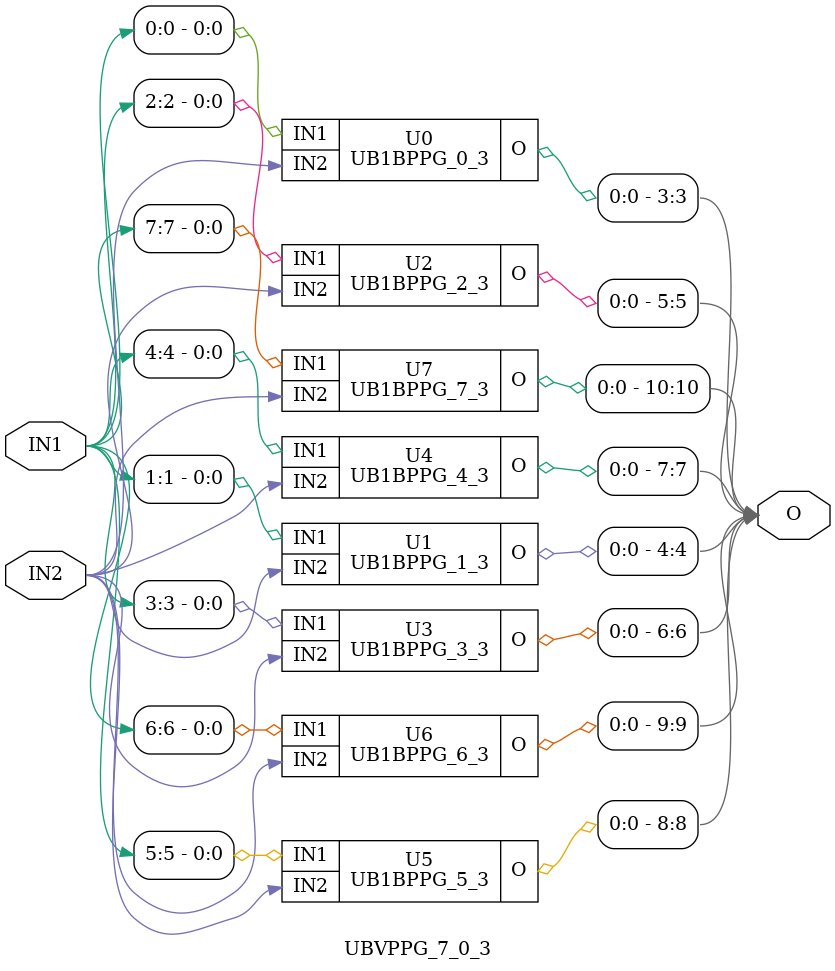
<source format=v>
/*----------------------------------------------------------------------------
  Copyright (c) 2021 Homma laboratory. All rights reserved.

  Top module: Multiplier_7_0_3_000

  Number system: Unsigned binary
  Multiplicand length: 8
  Multiplier length: 4
  Partial product generation: Simple PPG
  Partial product accumulation: Array
  Final stage addition: Carry select adder
----------------------------------------------------------------------------*/

module UB1BPPG_0_0(O, IN1, IN2);
  output O;
  input IN1;
  input IN2;
  assign O = IN1 & IN2;
endmodule

module UB1BPPG_1_0(O, IN1, IN2);
  output O;
  input IN1;
  input IN2;
  assign O = IN1 & IN2;
endmodule

module UB1BPPG_2_0(O, IN1, IN2);
  output O;
  input IN1;
  input IN2;
  assign O = IN1 & IN2;
endmodule

module UB1BPPG_3_0(O, IN1, IN2);
  output O;
  input IN1;
  input IN2;
  assign O = IN1 & IN2;
endmodule

module UB1BPPG_4_0(O, IN1, IN2);
  output O;
  input IN1;
  input IN2;
  assign O = IN1 & IN2;
endmodule

module UB1BPPG_5_0(O, IN1, IN2);
  output O;
  input IN1;
  input IN2;
  assign O = IN1 & IN2;
endmodule

module UB1BPPG_6_0(O, IN1, IN2);
  output O;
  input IN1;
  input IN2;
  assign O = IN1 & IN2;
endmodule

module UB1BPPG_7_0(O, IN1, IN2);
  output O;
  input IN1;
  input IN2;
  assign O = IN1 & IN2;
endmodule

module UB1BPPG_0_1(O, IN1, IN2);
  output O;
  input IN1;
  input IN2;
  assign O = IN1 & IN2;
endmodule

module UB1BPPG_1_1(O, IN1, IN2);
  output O;
  input IN1;
  input IN2;
  assign O = IN1 & IN2;
endmodule

module UB1BPPG_2_1(O, IN1, IN2);
  output O;
  input IN1;
  input IN2;
  assign O = IN1 & IN2;
endmodule

module UB1BPPG_3_1(O, IN1, IN2);
  output O;
  input IN1;
  input IN2;
  assign O = IN1 & IN2;
endmodule

module UB1BPPG_4_1(O, IN1, IN2);
  output O;
  input IN1;
  input IN2;
  assign O = IN1 & IN2;
endmodule

module UB1BPPG_5_1(O, IN1, IN2);
  output O;
  input IN1;
  input IN2;
  assign O = IN1 & IN2;
endmodule

module UB1BPPG_6_1(O, IN1, IN2);
  output O;
  input IN1;
  input IN2;
  assign O = IN1 & IN2;
endmodule

module UB1BPPG_7_1(O, IN1, IN2);
  output O;
  input IN1;
  input IN2;
  assign O = IN1 & IN2;
endmodule

module UB1BPPG_0_2(O, IN1, IN2);
  output O;
  input IN1;
  input IN2;
  assign O = IN1 & IN2;
endmodule

module UB1BPPG_1_2(O, IN1, IN2);
  output O;
  input IN1;
  input IN2;
  assign O = IN1 & IN2;
endmodule

module UB1BPPG_2_2(O, IN1, IN2);
  output O;
  input IN1;
  input IN2;
  assign O = IN1 & IN2;
endmodule

module UB1BPPG_3_2(O, IN1, IN2);
  output O;
  input IN1;
  input IN2;
  assign O = IN1 & IN2;
endmodule

module UB1BPPG_4_2(O, IN1, IN2);
  output O;
  input IN1;
  input IN2;
  assign O = IN1 & IN2;
endmodule

module UB1BPPG_5_2(O, IN1, IN2);
  output O;
  input IN1;
  input IN2;
  assign O = IN1 & IN2;
endmodule

module UB1BPPG_6_2(O, IN1, IN2);
  output O;
  input IN1;
  input IN2;
  assign O = IN1 & IN2;
endmodule

module UB1BPPG_7_2(O, IN1, IN2);
  output O;
  input IN1;
  input IN2;
  assign O = IN1 & IN2;
endmodule

module UB1BPPG_0_3(O, IN1, IN2);
  output O;
  input IN1;
  input IN2;
  assign O = IN1 & IN2;
endmodule

module UB1BPPG_1_3(O, IN1, IN2);
  output O;
  input IN1;
  input IN2;
  assign O = IN1 & IN2;
endmodule

module UB1BPPG_2_3(O, IN1, IN2);
  output O;
  input IN1;
  input IN2;
  assign O = IN1 & IN2;
endmodule

module UB1BPPG_3_3(O, IN1, IN2);
  output O;
  input IN1;
  input IN2;
  assign O = IN1 & IN2;
endmodule

module UB1BPPG_4_3(O, IN1, IN2);
  output O;
  input IN1;
  input IN2;
  assign O = IN1 & IN2;
endmodule

module UB1BPPG_5_3(O, IN1, IN2);
  output O;
  input IN1;
  input IN2;
  assign O = IN1 & IN2;
endmodule

module UB1BPPG_6_3(O, IN1, IN2);
  output O;
  input IN1;
  input IN2;
  assign O = IN1 & IN2;
endmodule

module UB1BPPG_7_3(O, IN1, IN2);
  output O;
  input IN1;
  input IN2;
  assign O = IN1 & IN2;
endmodule

module UB1DCON_0(O, I);
  output O;
  input I;
  assign O = I;
endmodule

module UBHA_1(C, S, X, Y);
  output C;
  output S;
  input X;
  input Y;
  assign C = X & Y;
  assign S = X ^ Y;
endmodule

module UBFA_2(C, S, X, Y, Z);
  output C;
  output S;
  input X;
  input Y;
  input Z;
  assign C = ( X & Y ) | ( Y & Z ) | ( Z & X );
  assign S = X ^ Y ^ Z;
endmodule

module UBFA_3(C, S, X, Y, Z);
  output C;
  output S;
  input X;
  input Y;
  input Z;
  assign C = ( X & Y ) | ( Y & Z ) | ( Z & X );
  assign S = X ^ Y ^ Z;
endmodule

module UBFA_4(C, S, X, Y, Z);
  output C;
  output S;
  input X;
  input Y;
  input Z;
  assign C = ( X & Y ) | ( Y & Z ) | ( Z & X );
  assign S = X ^ Y ^ Z;
endmodule

module UBFA_5(C, S, X, Y, Z);
  output C;
  output S;
  input X;
  input Y;
  input Z;
  assign C = ( X & Y ) | ( Y & Z ) | ( Z & X );
  assign S = X ^ Y ^ Z;
endmodule

module UBFA_6(C, S, X, Y, Z);
  output C;
  output S;
  input X;
  input Y;
  input Z;
  assign C = ( X & Y ) | ( Y & Z ) | ( Z & X );
  assign S = X ^ Y ^ Z;
endmodule

module UBFA_7(C, S, X, Y, Z);
  output C;
  output S;
  input X;
  input Y;
  input Z;
  assign C = ( X & Y ) | ( Y & Z ) | ( Z & X );
  assign S = X ^ Y ^ Z;
endmodule

module UBHA_8(C, S, X, Y);
  output C;
  output S;
  input X;
  input Y;
  assign C = X & Y;
  assign S = X ^ Y;
endmodule

module UB1DCON_9(O, I);
  output O;
  input I;
  assign O = I;
endmodule

module UB1DCON_1(O, I);
  output O;
  input I;
  assign O = I;
endmodule

module UBHA_2(C, S, X, Y);
  output C;
  output S;
  input X;
  input Y;
  assign C = X & Y;
  assign S = X ^ Y;
endmodule

module UBFA_8(C, S, X, Y, Z);
  output C;
  output S;
  input X;
  input Y;
  input Z;
  assign C = ( X & Y ) | ( Y & Z ) | ( Z & X );
  assign S = X ^ Y ^ Z;
endmodule

module UBFA_9(C, S, X, Y, Z);
  output C;
  output S;
  input X;
  input Y;
  input Z;
  assign C = ( X & Y ) | ( Y & Z ) | ( Z & X );
  assign S = X ^ Y ^ Z;
endmodule

module UB1DCON_10(O, I);
  output O;
  input I;
  assign O = I;
endmodule

module UBOne_4(O);
  output O;
  assign O = 1;
endmodule

module UBZero_4_4(O);
  output [4:4] O;
  assign O[4] = 0;
endmodule

module UBCSlB_4_4(Co, S, X, Y, Ci);
  output Co;
  output [4:4] S;
  input Ci;
  input [4:4] X;
  input [4:4] Y;
  wire Ci_0;
  wire Ci_1;
  wire Co_0;
  wire Co_1;
  wire [4:4] S_0;
  wire [4:4] S_1;
  assign S[4] = ( S_0[4] & ( ~ Ci ) ) | ( S_1[4] & Ci );
  assign Co = ( Co_0 & ( ~ Ci ) ) | ( Co_1 & Ci );
  UBOne_4 U0 (Ci_1);
  UBZero_4_4 U1 (Ci_0);
  UBRCB_4_4 U2 (Co_0, S_0, X, Y, Ci_0);
  UBRCB_4_4 U3 (Co_1, S_1, X, Y, Ci_1);
endmodule

module UBOne_5(O);
  output O;
  assign O = 1;
endmodule

module UBZero_5_5(O);
  output [5:5] O;
  assign O[5] = 0;
endmodule

module UBCSlB_6_5(Co, S, X, Y, Ci);
  output Co;
  output [6:5] S;
  input Ci;
  input [6:5] X;
  input [6:5] Y;
  wire Ci_0;
  wire Ci_1;
  wire Co_0;
  wire Co_1;
  wire [6:5] S_0;
  wire [6:5] S_1;
  assign S[5] = ( S_0[5] & ( ~ Ci ) ) | ( S_1[5] & Ci );
  assign S[6] = ( S_0[6] & ( ~ Ci ) ) | ( S_1[6] & Ci );
  assign Co = ( Co_0 & ( ~ Ci ) ) | ( Co_1 & Ci );
  UBOne_5 U0 (Ci_1);
  UBZero_5_5 U1 (Ci_0);
  UBRCB_6_5 U2 (Co_0, S_0, X, Y, Ci_0);
  UBRCB_6_5 U3 (Co_1, S_1, X, Y, Ci_1);
endmodule

module UBOne_7(O);
  output O;
  assign O = 1;
endmodule

module UBZero_7_7(O);
  output [7:7] O;
  assign O[7] = 0;
endmodule

module UBCSlB_9_7(Co, S, X, Y, Ci);
  output Co;
  output [9:7] S;
  input Ci;
  input [9:7] X;
  input [9:7] Y;
  wire Ci_0;
  wire Ci_1;
  wire Co_0;
  wire Co_1;
  wire [9:7] S_0;
  wire [9:7] S_1;
  assign S[7] = ( S_0[7] & ( ~ Ci ) ) | ( S_1[7] & Ci );
  assign S[8] = ( S_0[8] & ( ~ Ci ) ) | ( S_1[8] & Ci );
  assign S[9] = ( S_0[9] & ( ~ Ci ) ) | ( S_1[9] & Ci );
  assign Co = ( Co_0 & ( ~ Ci ) ) | ( Co_1 & Ci );
  UBOne_7 U0 (Ci_1);
  UBZero_7_7 U1 (Ci_0);
  UBRCB_9_7 U2 (Co_0, S_0, X, Y, Ci_0);
  UBRCB_9_7 U3 (Co_1, S_1, X, Y, Ci_1);
endmodule

module UBOne_10(O);
  output O;
  assign O = 1;
endmodule

module UBZero_10_10(O);
  output [10:10] O;
  assign O[10] = 0;
endmodule

module UBFA_10(C, S, X, Y, Z);
  output C;
  output S;
  input X;
  input Y;
  input Z;
  assign C = ( X & Y ) | ( Y & Z ) | ( Z & X );
  assign S = X ^ Y ^ Z;
endmodule

module UBCSlB_10_10(Co, S, X, Y, Ci);
  output Co;
  output [10:10] S;
  input Ci;
  input [10:10] X;
  input [10:10] Y;
  wire Ci_0;
  wire Ci_1;
  wire Co_0;
  wire Co_1;
  wire [10:10] S_0;
  wire [10:10] S_1;
  assign S[10] = ( S_0[10] & ( ~ Ci ) ) | ( S_1[10] & Ci );
  assign Co = ( Co_0 & ( ~ Ci ) ) | ( Co_1 & Ci );
  UBOne_10 U0 (Ci_1);
  UBZero_10_10 U1 (Ci_0);
  UBRCB_10_10 U2 (Co_0, S_0, X, Y, Ci_0);
  UBRCB_10_10 U3 (Co_1, S_1, X, Y, Ci_1);
endmodule

module UBPriCSlA_10_3(S, X, Y, Cin);
  output [11:3] S;
  input Cin;
  input [10:3] X;
  input [10:3] Y;
  wire C0;
  wire C1;
  wire C2;
  wire C3;
  UBRCB_3_3 U0 (C0, S[3], X[3], Y[3], Cin);
  UBCSlB_4_4 U1 (C1, S[4], X[4], Y[4], C0);
  UBCSlB_6_5 U2 (C2, S[6:5], X[6:5], Y[6:5], C1);
  UBCSlB_9_7 U3 (C3, S[9:7], X[9:7], Y[9:7], C2);
  UBCSlB_10_10 U4 (S[11], S[10], X[10], Y[10], C3);
endmodule

module UBZero_3_3(O);
  output [3:3] O;
  assign O[3] = 0;
endmodule

module UB1DCON_2(O, I);
  output O;
  input I;
  assign O = I;
endmodule

module Multiplier_7_0_3_000(P, IN1, IN2);
  output [11:0] P;
  input [7:0] IN1;
  input [3:0] IN2;
  wire [11:0] W;
  assign P[0] = W[0];
  assign P[1] = W[1];
  assign P[2] = W[2];
  assign P[3] = W[3];
  assign P[4] = W[4];
  assign P[5] = W[5];
  assign P[6] = W[6];
  assign P[7] = W[7];
  assign P[8] = W[8];
  assign P[9] = W[9];
  assign P[10] = W[10];
  assign P[11] = W[11];
  MultUB_STD_ARY_CS000 U0 (W, IN1, IN2);
endmodule

module CSA_7_0_8_1_9_2 (C, S, X, Y, Z);
  output [9:2] C;
  output [9:0] S;
  input [7:0] X;
  input [8:1] Y;
  input [9:2] Z;
  UB1DCON_0 U0 (S[0], X[0]);
  UBHA_1 U1 (C[2], S[1], Y[1], X[1]);
  PureCSA_7_2 U2 (C[8:3], S[7:2], Z[7:2], Y[7:2], X[7:2]);
  UBHA_8 U3 (C[9], S[8], Z[8], Y[8]);
  UB1DCON_9 U4 (S[9], Z[9]);
endmodule

module CSA_9_0_9_2_10_3 (C, S, X, Y, Z);
  output [10:3] C;
  output [10:0] S;
  input [9:0] X;
  input [9:2] Y;
  input [10:3] Z;
  UBCON_1_0 U0 (S[1:0], X[1:0]);
  UBHA_2 U1 (C[3], S[2], Y[2], X[2]);
  PureCSA_9_3 U2 (C[10:4], S[9:3], Z[9:3], Y[9:3], X[9:3]);
  UB1DCON_10 U3 (S[10], Z[10]);
endmodule

module MultUB_STD_ARY_CS000 (P, IN1, IN2);
  output [11:0] P;
  input [7:0] IN1;
  input [3:0] IN2;
  wire [7:0] PP0;
  wire [8:1] PP1;
  wire [9:2] PP2;
  wire [10:3] PP3;
  wire [10:3] S1;
  wire [10:0] S2;
  UBPPG_7_0_3_0 U0 (PP0, PP1, PP2, PP3, IN1, IN2);
  UBARYACC_7_0_8_1_000 U1 (S1, S2, PP0, PP1, PP2, PP3);
  UBCSe_10_3_10_0 U2 (P, S1, S2);
endmodule

module PureCSA_7_2 (C, S, X, Y, Z);
  output [8:3] C;
  output [7:2] S;
  input [7:2] X;
  input [7:2] Y;
  input [7:2] Z;
  UBFA_2 U0 (C[3], S[2], X[2], Y[2], Z[2]);
  UBFA_3 U1 (C[4], S[3], X[3], Y[3], Z[3]);
  UBFA_4 U2 (C[5], S[4], X[4], Y[4], Z[4]);
  UBFA_5 U3 (C[6], S[5], X[5], Y[5], Z[5]);
  UBFA_6 U4 (C[7], S[6], X[6], Y[6], Z[6]);
  UBFA_7 U5 (C[8], S[7], X[7], Y[7], Z[7]);
endmodule

module PureCSA_9_3 (C, S, X, Y, Z);
  output [10:4] C;
  output [9:3] S;
  input [9:3] X;
  input [9:3] Y;
  input [9:3] Z;
  UBFA_3 U0 (C[4], S[3], X[3], Y[3], Z[3]);
  UBFA_4 U1 (C[5], S[4], X[4], Y[4], Z[4]);
  UBFA_5 U2 (C[6], S[5], X[5], Y[5], Z[5]);
  UBFA_6 U3 (C[7], S[6], X[6], Y[6], Z[6]);
  UBFA_7 U4 (C[8], S[7], X[7], Y[7], Z[7]);
  UBFA_8 U5 (C[9], S[8], X[8], Y[8], Z[8]);
  UBFA_9 U6 (C[10], S[9], X[9], Y[9], Z[9]);
endmodule

module UBARYACC_7_0_8_1_000 (S1, S2, PP0, PP1, PP2, PP3);
  output [10:3] S1;
  output [10:0] S2;
  input [7:0] PP0;
  input [8:1] PP1;
  input [9:2] PP2;
  input [10:3] PP3;
  wire [9:2] IC0;
  wire [9:0] IS0;
  CSA_7_0_8_1_9_2 U0 (IC0, IS0, PP0, PP1, PP2);
  CSA_9_0_9_2_10_3 U1 (S1, S2, IS0, IC0, PP3);
endmodule

module UBCON_1_0 (O, I);
  output [1:0] O;
  input [1:0] I;
  UB1DCON_0 U0 (O[0], I[0]);
  UB1DCON_1 U1 (O[1], I[1]);
endmodule

module UBCON_2_0 (O, I);
  output [2:0] O;
  input [2:0] I;
  UB1DCON_0 U0 (O[0], I[0]);
  UB1DCON_1 U1 (O[1], I[1]);
  UB1DCON_2 U2 (O[2], I[2]);
endmodule

module UBCSe_10_3_10_0 (S, X, Y);
  output [11:0] S;
  input [10:3] X;
  input [10:0] Y;
  UBPureCSe_10_3 U0 (S[11:3], X[10:3], Y[10:3]);
  UBCON_2_0 U1 (S[2:0], Y[2:0]);
endmodule

module UBPPG_7_0_3_0 (PP0, PP1, PP2, PP3, IN1, IN2);
  output [7:0] PP0;
  output [8:1] PP1;
  output [9:2] PP2;
  output [10:3] PP3;
  input [7:0] IN1;
  input [3:0] IN2;
  UBVPPG_7_0_0 U0 (PP0, IN1, IN2[0]);
  UBVPPG_7_0_1 U1 (PP1, IN1, IN2[1]);
  UBVPPG_7_0_2 U2 (PP2, IN1, IN2[2]);
  UBVPPG_7_0_3 U3 (PP3, IN1, IN2[3]);
endmodule

module UBPureCSe_10_3 (S, X, Y);
  output [11:3] S;
  input [10:3] X;
  input [10:3] Y;
  wire C;
  UBPriCSlA_10_3 U0 (S, X, Y, C);
  UBZero_3_3 U1 (C);
endmodule

module UBRCB_10_10 (Co, S, X, Y, Ci);
  output Co;
  output S;
  input Ci;
  input X;
  input Y;
  UBFA_10 U0 (Co, S, X, Y, Ci);
endmodule

module UBRCB_3_3 (Co, S, X, Y, Ci);
  output Co;
  output S;
  input Ci;
  input X;
  input Y;
  UBFA_3 U0 (Co, S, X, Y, Ci);
endmodule

module UBRCB_4_4 (Co, S, X, Y, Ci);
  output Co;
  output S;
  input Ci;
  input X;
  input Y;
  UBFA_4 U0 (Co, S, X, Y, Ci);
endmodule

module UBRCB_6_5 (Co, S, X, Y, Ci);
  output Co;
  output [6:5] S;
  input Ci;
  input [6:5] X;
  input [6:5] Y;
  wire C6;
  UBFA_5 U0 (C6, S[5], X[5], Y[5], Ci);
  UBFA_6 U1 (Co, S[6], X[6], Y[6], C6);
endmodule

module UBRCB_9_7 (Co, S, X, Y, Ci);
  output Co;
  output [9:7] S;
  input Ci;
  input [9:7] X;
  input [9:7] Y;
  wire C8;
  wire C9;
  UBFA_7 U0 (C8, S[7], X[7], Y[7], Ci);
  UBFA_8 U1 (C9, S[8], X[8], Y[8], C8);
  UBFA_9 U2 (Co, S[9], X[9], Y[9], C9);
endmodule

module UBVPPG_7_0_0 (O, IN1, IN2);
  output [7:0] O;
  input [7:0] IN1;
  input IN2;
  UB1BPPG_0_0 U0 (O[0], IN1[0], IN2);
  UB1BPPG_1_0 U1 (O[1], IN1[1], IN2);
  UB1BPPG_2_0 U2 (O[2], IN1[2], IN2);
  UB1BPPG_3_0 U3 (O[3], IN1[3], IN2);
  UB1BPPG_4_0 U4 (O[4], IN1[4], IN2);
  UB1BPPG_5_0 U5 (O[5], IN1[5], IN2);
  UB1BPPG_6_0 U6 (O[6], IN1[6], IN2);
  UB1BPPG_7_0 U7 (O[7], IN1[7], IN2);
endmodule

module UBVPPG_7_0_1 (O, IN1, IN2);
  output [8:1] O;
  input [7:0] IN1;
  input IN2;
  UB1BPPG_0_1 U0 (O[1], IN1[0], IN2);
  UB1BPPG_1_1 U1 (O[2], IN1[1], IN2);
  UB1BPPG_2_1 U2 (O[3], IN1[2], IN2);
  UB1BPPG_3_1 U3 (O[4], IN1[3], IN2);
  UB1BPPG_4_1 U4 (O[5], IN1[4], IN2);
  UB1BPPG_5_1 U5 (O[6], IN1[5], IN2);
  UB1BPPG_6_1 U6 (O[7], IN1[6], IN2);
  UB1BPPG_7_1 U7 (O[8], IN1[7], IN2);
endmodule

module UBVPPG_7_0_2 (O, IN1, IN2);
  output [9:2] O;
  input [7:0] IN1;
  input IN2;
  UB1BPPG_0_2 U0 (O[2], IN1[0], IN2);
  UB1BPPG_1_2 U1 (O[3], IN1[1], IN2);
  UB1BPPG_2_2 U2 (O[4], IN1[2], IN2);
  UB1BPPG_3_2 U3 (O[5], IN1[3], IN2);
  UB1BPPG_4_2 U4 (O[6], IN1[4], IN2);
  UB1BPPG_5_2 U5 (O[7], IN1[5], IN2);
  UB1BPPG_6_2 U6 (O[8], IN1[6], IN2);
  UB1BPPG_7_2 U7 (O[9], IN1[7], IN2);
endmodule

module UBVPPG_7_0_3 (O, IN1, IN2);
  output [10:3] O;
  input [7:0] IN1;
  input IN2;
  UB1BPPG_0_3 U0 (O[3], IN1[0], IN2);
  UB1BPPG_1_3 U1 (O[4], IN1[1], IN2);
  UB1BPPG_2_3 U2 (O[5], IN1[2], IN2);
  UB1BPPG_3_3 U3 (O[6], IN1[3], IN2);
  UB1BPPG_4_3 U4 (O[7], IN1[4], IN2);
  UB1BPPG_5_3 U5 (O[8], IN1[5], IN2);
  UB1BPPG_6_3 U6 (O[9], IN1[6], IN2);
  UB1BPPG_7_3 U7 (O[10], IN1[7], IN2);
endmodule


</source>
